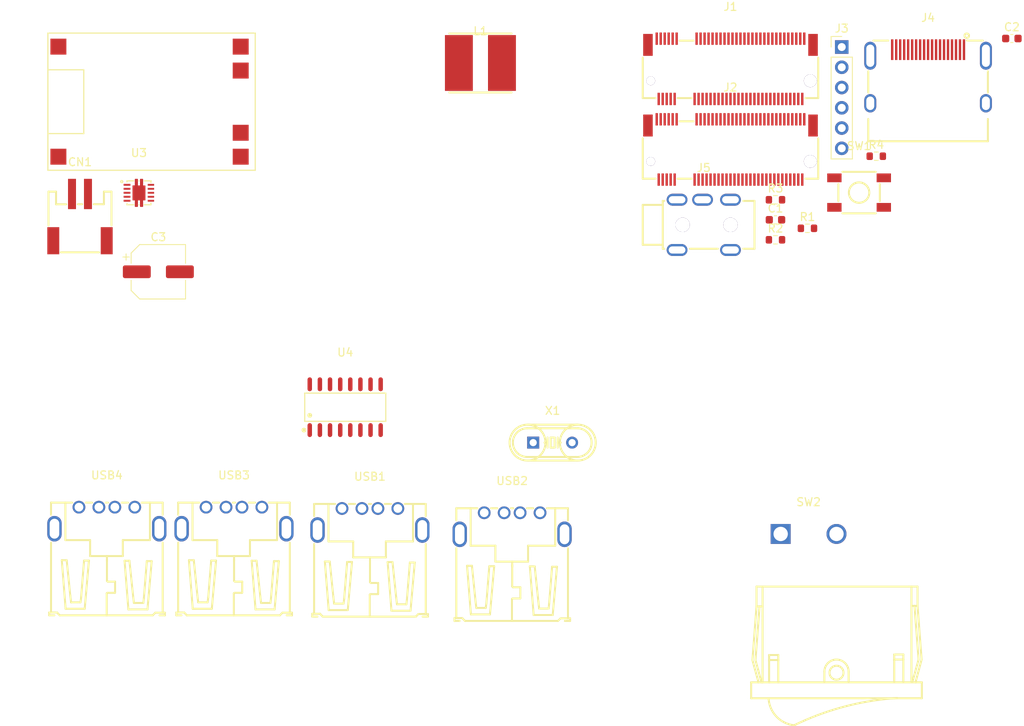
<source format=kicad_pcb>
(kicad_pcb (version 20211014) (generator pcbnew)
  (layers (0 "F.Cu" signal) (31 "B.Cu" signal) (34 "B.Paste" user) (35 "F.Paste" user) (36 "B.SilkS" user "B.Silkscreen") (37 "F.SilkS" user "F.Silkscreen") (38 "B.Mask" user) (39 "F.Mask" user) (44 "Edge.Cuts" user))
  (net 0 "")
  (net 1 "Net-(C1-Pad1)")
  (net 2 "HP_RIGHT")
  (net 3 "Net-(C2-Pad1)")
  (net 4 "HP_LEFT")
  (net 5 "+5V")
  (net 6 "GND")
  (net 7 "Net-(U1-Pad5)")
  (net 8 "Net-(SW2-Pad1)")
  (net 11 "UART0_TX")
  (net 12 "GPIO0")
  (net 13 "UART0_RX")
  (net 14 "GPIO1")
  (net 16 "GPIO2")
  (net 17 "I2C2_SCL")
  (net 18 "GPIO3")
  (net 19 "I2C2_SDA")
  (net 20 "GPIO4")
  (net 22 "SDIO1_D3")
  (net 23 "GPIO5")
  (net 24 "SDIO1_D1")
  (net 25 "GPIO6")
  (net 26 "SDIO1_D0")
  (net 27 "SDIO1_CLK")
  (net 28 "GPIO7")
  (net 29 "SDIO1_CMD")
  (net 30 "GPIO8")
  (net 33 "GPIO9")
  (net 35 "GPIO10")
  (net 37 "RMII_CRS_DV")
  (net 38 "GPIO11")
  (net 39 "RMII_RXD1")
  (net 40 "GPIO12")
  (net 41 "RMII_RXD0")
  (net 42 "RMII_TXCK")
  (net 43 "GPIO13")
  (net 44 "RMII_TXD0")
  (net 45 "GPIO14")
  (net 46 "RMII_TXD1")
  (net 47 "RMII_RXER")
  (net 48 "GPIO15")
  (net 49 "RMII_TXEN")
  (net 50 "GPIO16")
  (net 51 "RMII_MDC")
  (net 52 "GPIO17")
  (net 53 "RMII_MDIO")
  (net 54 "SDIO1_D2")
  (net 56 "GPIO18")
  (net 58 "GPIO19")
  (net 62 "SPI0_SCLK")
  (net 64 "SPI0_CIPO")
  (net 66 "SPI0_COPI")
  (net 67 "RMII_RST")
  (net 70 "SPI0_PS")
  (net 77 "RST")
  (net 79 "SD_DET")
  (net 82 "UART1_RX")
  (net 84 "SD_D1")
  (net 86 "SD_D2")
  (net 88 "SD_D0")
  (net 90 "SD_CMD")
  (net 92 "SD_CLK")
  (net 94 "SD_D3")
  (net 96 "UART1_TX")
  (net 98 "USB1_HOST_P")
  (net 100 "USB1_HOST_N")
  (net 102 "HDMI_HPD")
  (net 104 "HDMI_CEC")
  (net 106 "HDMI_SDA")
  (net 107 "Net-(J2-Pad48)")
  (net 108 "HDMI_SCL")
  (net 109 "GNDA")
  (net 110 "HDMI_TX2_N")
  (net 111 "HDMI_TX2_P")
  (net 113 "HDMI_TX1_N")
  (net 115 "HDMI_TX1_P")
  (net 118 "HDMI_TX0_N")
  (net 120 "HDMI_TX0_P")
  (net 123 "HDMI_CLK_N")
  (net 125 "HDMI_CLK_P")
  (net 129 "Net-(J3-Pad4)")
  (net 130 "Net-(J3-Pad5)")
  (net 133 "/Power/BAT+")
  (net 134 "Net-(L1-Pad2)")
  (net 135 "+3V3")
  (net 138 "Net-(SW2-Pad2)")
  (net 142 "Net-(U4-Pad1)")
  (net 143 "Net-(U4-Pad2)")
  (net 144 "Net-(U4-Pad3)")
  (net 145 "Net-(U4-Pad4)")
  (net 146 "Net-(U4-Pad5)")
  (net 147 "Net-(U4-Pad6)")
  (net 148 "Net-(U4-Pad7)")
  (net 149 "Net-(U4-Pad8)")
  (net 150 "Net-(U4-Pad16)")
  (net 151 "Net-(U4-Pad15)")
  (net 152 "Net-(C5-Pad1)")
  (net 153 "Net-(C6-Pad1)")
  (footprint "easyeda2kicad:USB-A-TH_USB-302-T" (layer "F.Cu") (at 54.025 98.345)
    (fp_text reference "USB3" (at 0 -5.35) (layer "F.SilkS"))
    (fp_text value "U-USBAR04P-F001")
    (pad "1" thru_hole circle locked (at -3.5 -1.35) (size 1.6 1.6) (drill 1.100023) (layers *.Cu *.Paste *.Mask) (net 5 "+5V"))
    (pad "2" thru_hole circle locked (at -1 -1.35) (size 1.6 1.6) (drill 1.100023) (layers *.Cu *.Paste *.Mask) (net 144 "Net-(U4-Pad3)"))
    (pad "3" thru_hole circle locked (at 1 -1.35) (size 1.6 1.6) (drill 1.100023) (layers *.Cu *.Paste *.Mask) (net 145 "Net-(U4-Pad4)"))
    (pad "4" thru_hole circle locked (at 3.5 -1.35) (size 1.6 1.6) (drill 1.100023) (layers *.Cu *.Paste *.Mask) (net 6 "GND"))
    (pad "5" thru_hole oval locked (at -6.57 1.35 90) (size 3.2 1.8) (drill oval 2.499868 1.199896) (layers *.Cu *.Paste *.Mask) (net 6 "GND"))
    (pad "6" thru_hole oval locked (at 6.57 1.35 270) (size 3.2 1.8) (drill oval 2.499868 1.199896) (layers *.Cu *.Paste *.Mask) (net 6 "GND"))
  )
  (footprint "easyeda2kicad:SOP-16_L10.0-W3.9-P1.27-LS6.0-BL" (layer "F.Cu") (at 67.975 84.46)
    (fp_text reference "U4" (at 0 -6.87) (layer "F.SilkS"))
    (fp_text value "SL2.1A")
    (pad "1" smd oval locked (at -4.45 2.87) (size 0.56 1.75) (layers "F.Cu" "F.Paste" "F.Mask") (net 142 "Net-(U4-Pad1)"))
    (pad "2" smd oval locked (at -3.18 2.87) (size 0.56 1.75) (layers "F.Cu" "F.Paste" "F.Mask") (net 143 "Net-(U4-Pad2)"))
    (pad "3" smd oval locked (at -1.91 2.87) (size 0.56 1.75) (layers "F.Cu" "F.Paste" "F.Mask") (net 144 "Net-(U4-Pad3)"))
    (pad "4" smd oval locked (at -0.63 2.87) (size 0.56 1.75) (layers "F.Cu" "F.Paste" "F.Mask") (net 145 "Net-(U4-Pad4)"))
    (pad "5" smd oval locked (at 0.63 2.87) (size 0.56 1.75) (layers "F.Cu" "F.Paste" "F.Mask") (net 146 "Net-(U4-Pad5)"))
    (pad "6" smd oval locked (at 1.9 2.87) (size 0.56 1.75) (layers "F.Cu" "F.Paste" "F.Mask") (net 147 "Net-(U4-Pad6)"))
    (pad "7" smd oval locked (at 3.17 2.87) (size 0.56 1.75) (layers "F.Cu" "F.Paste" "F.Mask") (net 148 "Net-(U4-Pad7)"))
    (pad "8" smd oval locked (at 4.44 2.87) (size 0.56 1.75) (layers "F.Cu" "F.Paste" "F.Mask") (net 149 "Net-(U4-Pad8)"))
    (pad "9" smd oval locked (at 4.44 -2.87) (size 0.56 1.75) (layers "F.Cu" "F.Paste" "F.Mask") (net 100 "USB1_HOST_N"))
    (pad "10" smd oval locked (at 3.17 -2.87) (size 0.56 1.75) (layers "F.Cu" "F.Paste" "F.Mask") (net 98 "USB1_HOST_P"))
    (pad "11" smd oval locked (at 1.9 -2.87) (size 0.56 1.75) (layers "F.Cu" "F.Paste" "F.Mask") (net 5 "+5V"))
    (pad "12" smd oval locked (at 0.63 -2.87) (size 0.56 1.75) (layers "F.Cu" "F.Paste" "F.Mask") (net 6 "GND"))
    (pad "13" smd oval locked (at -0.63 -2.87) (size 0.56 1.75) (layers "F.Cu" "F.Paste" "F.Mask") (net 153 "Net-(C6-Pad1)"))
    (pad "14" smd oval locked (at -1.91 -2.87) (size 0.56 1.75) (layers "F.Cu" "F.Paste" "F.Mask") (net 152 "Net-(C5-Pad1)"))
    (pad "15" smd oval locked (at -3.18 -2.87) (size 0.56 1.75) (layers "F.Cu" "F.Paste" "F.Mask") (net 151 "Net-(U4-Pad15)"))
    (pad "16" smd oval locked (at -4.45 -2.87) (size 0.56 1.75) (layers "F.Cu" "F.Paste" "F.Mask") (net 150 "Net-(U4-Pad16)"))
  )
  (footprint "easyeda2kicad:VSON-10_L3.0-W3.0-P0.50-TL-EP_TPS62410DRCR" (layer "F.Cu") (at 42.11 57.575)
    (fp_text reference "U3" (at 0 -5) (layer "F.SilkS"))
    (fp_text value "TPS61027DRCR")
    (pad "1" smd rect locked (at -1.5 -1 270) (size 0.24 0.85) (layers "F.Cu" "F.Paste" "F.Mask") (net 133 "/Power/BAT+"))
    (pad "2" smd rect locked (at -1.5 -0.5 270) (size 0.24 0.85) (layers "F.Cu" "F.Paste" "F.Mask") (net 5 "+5V"))
    (pad "3" smd rect locked (at -1.5 0 270) (size 0.24 0.85) (layers "F.Cu" "F.Paste" "F.Mask"))
    (pad "4" smd rect locked (at -1.5 0.5 270) (size 0.24 0.85) (layers "F.Cu" "F.Paste" "F.Mask"))
    (pad "5" smd rect locked (at -1.5 1 90) (size 0.24 0.85) (layers "F.Cu" "F.Paste" "F.Mask") (net 6 "GND"))
    (pad "6" smd rect locked (at 1.5 1 90) (size 0.23 0.8) (layers "F.Cu" "F.Paste" "F.Mask") (net 133 "/Power/BAT+"))
    (pad "7" smd rect locked (at 1.5 0.5 90) (size 0.23 0.8) (layers "F.Cu" "F.Paste" "F.Mask") (net 6 "GND"))
    (pad "8" smd rect locked (at 1.5 0 90) (size 0.23 0.8) (layers "F.Cu" "F.Paste" "F.Mask") (net 6 "GND"))
    (pad "9" smd rect locked (at 1.5 -0.5 270) (size 0.23 0.8) (layers "F.Cu" "F.Paste" "F.Mask") (net 134 "Net-(L1-Pad2)"))
    (pad "10" smd rect locked (at 1.5 -1 270) (size 0.23 0.8) (layers "F.Cu" "F.Paste" "F.Mask") (net 6 "GND"))
    (pad "11" smd custom locked (at 0 0.01) (size 1 1) (layers "F.Cu" "F.Paste" "F.Mask") (net 6 "GND") (options (clearance outline) (anchor circle)) (primitives (gr_poly (pts (xy -0.76 -0.89) (xy -0.47 -0.89) (xy -0.47 -1.71) (xy -0.18 -1.71) (xy -0.18 -0.88) (xy 0.18 -0.88) (xy 0.18 -1.71) (xy 0.47 -1.71) (xy 0.47 -0.88) (xy 0.76 -0.88) (xy 0.76 0.89) (xy 0.47 0.89) (xy 0.47 1.71) (xy 0.18 1.71) (xy 0.18 0.89) (xy -0.18 0.89) (xy -0.18 1.71) (xy -0.47 1.71) (xy -0.47 0.89) (xy -0.76 0.89) (xy -0.76 -0.89)) (width 0.1) (fill yes))))
  )
  (footprint "Capacitor_SMD:CP_Elec_6.3x7.7" (layer "F.Cu") (at 44.54 67.48)
    (fp_text reference "C3" (at 0 -4.35) (layer "F.SilkS"))
    (fp_text value "100u")
    (pad "1" smd roundrect (at -2.7 0) (size 3.5 1.6) (layers "F.Cu" "F.Paste" "F.Mask") (roundrect_rratio 0.15625) (net 5 "+5V"))
    (pad "2" smd roundrect (at 2.7 0) (size 3.5 1.6) (layers "F.Cu" "F.Paste" "F.Mask") (roundrect_rratio 0.15625) (net 6 "GND"))
  )
  (footprint "Resistor_SMD:R_0603_1608Metric" (layer "F.Cu") (at 125.93 62.03)
    (fp_text reference "R1" (at 0 -1.43) (layer "F.SilkS"))
    (fp_text value "0")
    (pad "1" smd roundrect (at -0.825 0) (size 0.8 0.95) (layers "F.Cu" "F.Paste" "F.Mask") (net 109 "GNDA"))
    (pad "2" smd roundrect (at 0.825 0) (size 0.8 0.95) (layers "F.Cu" "F.Paste" "F.Mask") (net 6 "GND"))
  )
  (footprint "easyeda2kicad:HC-49US_L11.5-W4.5-P4.88" (layer "F.Cu") (at 93.98 88.9)
    (fp_text reference "X1" (at 0 -4) (layer "F.SilkS"))
    (fp_text value "X49SD12MSD2SC")
    (pad "1" thru_hole rect locked (at -2.44 0) (size 1.5 1.5) (drill 0.900024) (layers *.Cu *.Paste *.Mask) (net 151 "Net-(U4-Pad15)"))
    (pad "2" thru_hole circle locked (at 2.44 0) (size 1.5 1.5) (drill 0.900024) (layers *.Cu *.Paste *.Mask) (net 150 "Net-(U4-Pad16)"))
  )
  (footprint "easyeda2kicad:SW-TH_SS11-BBIWJ-R20-R" (layer "F.Cu") (at 126.0725 100.352441)
    (fp_text reference "SW2" (at 0 -4) (layer "F.SilkS"))
    (fp_text value "SS11-BBIWJ-R20-R")
    (pad "1" thru_hole rect locked (at -3.5 0) (size 2.5 2.5) (drill 1.799996) (layers *.Cu *.Paste *.Mask) (net 8 "Net-(SW2-Pad1)"))
    (pad "2" thru_hole circle locked (at 3.5 0) (size 2.5 2.5) (drill 1.799996) (layers *.Cu *.Paste *.Mask) (net 138 "Net-(SW2-Pad2)"))
  )
  (footprint "easyeda2kicad:CONN-SMD_P2.00_S2B-PH-SM4-TB-LF-SN" (layer "F.Cu") (at 34.715 60.655)
    (fp_text reference "CN1" (at 0 -6.93) (layer "F.SilkS"))
    (fp_text value "S2B-PH-SM4-TB(LF)(SN)")
    (pad "1" smd rect locked (at -1 -2.93) (size 1 3.8) (layers "F.Cu" "F.Paste" "F.Mask") (net 7 "Net-(U1-Pad5)"))
    (pad "2" smd rect locked (at 1 -2.93) (size 1 3.8) (layers "F.Cu" "F.Paste" "F.Mask") (net 8 "Net-(SW2-Pad1)"))
    (pad "3" smd rect locked (at 3.35 2.93) (size 1.5 3.4) (layers "F.Cu" "F.Paste" "F.Mask"))
    (pad "4" smd rect locked (at -3.35 2.93) (size 1.5 3.4) (layers "F.Cu" "F.Paste" "F.Mask"))
  )
  (footprint "Resistor_SMD:R_0603_1608Metric" (layer "F.Cu") (at 134.56 52.99)
    (fp_text reference "R4" (at 0 -1.43) (layer "F.SilkS"))
    (fp_text value "150K")
    (pad "1" smd roundrect (at -0.825 0) (size 0.8 0.95) (layers "F.Cu" "F.Paste" "F.Mask") (net 135 "+3V3"))
    (pad "2" smd roundrect (at 0.825 0) (size 0.8 0.95) (layers "F.Cu" "F.Paste" "F.Mask") (net 107 "Net-(J2-Pad48)"))
  )
  (footprint "easyeda2kicad:HDMI-SMD_HDMI-001S" (layer "F.Cu") (at 141.055 42.99)
    (fp_text reference "J4" (at 0 -7.36) (layer "F.SilkS"))
    (fp_text value "HDMI_A")
    (pad "1" smd rect locked (at 4.5 -3.36) (size 0.3 2.6) (layers "F.Cu" "F.Paste" "F.Mask") (net 111 "HDMI_TX2_P"))
    (pad "2" smd rect locked (at 4 -3.36) (size 0.3 2.6) (layers "F.Cu" "F.Paste" "F.Mask") (net 6 "GND"))
    (pad "3" smd rect locked (at 3.5 -3.36) (size 0.3 2.6) (layers "F.Cu" "F.Paste" "F.Mask") (net 110 "HDMI_TX2_N"))
    (pad "4" smd rect locked (at 3 -3.36) (size 0.3 2.6) (layers "F.Cu" "F.Paste" "F.Mask") (net 115 "HDMI_TX1_P"))
    (pad "5" smd rect locked (at 2.5 -3.36) (size 0.3 2.6) (layers "F.Cu" "F.Paste" "F.Mask") (net 6 "GND"))
    (pad "6" smd rect locked (at 2 -3.36) (size 0.3 2.6) (layers "F.Cu" "F.Paste" "F.Mask") (net 113 "HDMI_TX1_N"))
    (pad "7" smd rect locked (at 1.5 -3.36) (size 0.3 2.6) (layers "F.Cu" "F.Paste" "F.Mask") (net 120 "HDMI_TX0_P"))
    (pad "8" smd rect locked (at 1 -3.36) (size 0.3 2.6) (layers "F.Cu" "F.Paste" "F.Mask") (net 6 "GND"))
    (pad "9" smd rect locked (at 0.5 -3.36) (size 0.3 2.6) (layers "F.Cu" "F.Paste" "F.Mask") (net 118 "HDMI_TX0_N"))
    (pad "10" smd rect locked (at 0 -3.36) (size 0.3 2.6) (layers "F.Cu" "F.Paste" "F.Mask") (net 125 "HDMI_CLK_P"))
    (pad "11" smd rect locked (at -0.5 -3.36) (size 0.3 2.6) (layers "F.Cu" "F.Paste" "F.Mask") (net 6 "GND"))
    (pad "12" smd rect locked (at -1 -3.36) (size 0.3 2.6) (layers "F.Cu" "F.Paste" "F.Mask") (net 123 "HDMI_CLK_N"))
    (pad "13" smd rect locked (at -1.5 -3.36) (size 0.3 2.6) (layers "F.Cu" "F.Paste" "F.Mask") (net 104 "HDMI_CEC"))
    (pad "14" smd rect locked (at -2 -3.36) (size 0.3 2.6) (layers "F.Cu" "F.Paste" "F.Mask"))
    (pad "15" smd rect locked (at -2.5 -3.36) (size 0.3 2.6) (layers "F.Cu" "F.Paste" "F.Mask") (net 108 "HDMI_SCL"))
    (pad "16" smd rect locked (at -3 -3.36) (size 0.3 2.6) (layers "F.Cu" "F.Paste" "F.Mask") (net 106 "HDMI_SDA"))
    (pad "17" smd rect locked (at -3.5 -3.36) (size 0.3 2.6) (layers "F.Cu" "F.Paste" "F.Mask") (net 6 "GND"))
    (pad "18" smd rect locked (at -4 -3.36) (size 0.3 2.6) (layers "F.Cu" "F.Paste" "F.Mask") (net 5 "+5V"))
    (pad "19" smd rect locked (at -4.5 -3.36) (size 0.3 2.6) (layers "F.Cu" "F.Paste" "F.Mask") (net 102 "HDMI_HPD"))
    (pad "20" thru_hole oval locked (at -7.25 -2.6) (size 1.5 3.5) (drill oval 0.999998 2.799994) (layers *.Cu *.Paste *.Mask))
    (pad "21" thru_hole oval locked (at 7.25 -2.6) (size 1.5 3.5) (drill oval 0.999998 2.799994) (layers *.Cu *.Paste *.Mask))
    (pad "22" thru_hole oval locked (at -7.25 3.36) (size 1.5 2.3) (drill oval 0.999998 1.699997) (layers *.Cu *.Paste *.Mask))
    (pad "23" thru_hole oval locked (at 7.25 3.36) (size 1.5 2.3) (drill oval 0.999998 1.699997) (layers *.Cu *.Paste *.Mask))
  )
  (footprint "easyeda2kicad:AUDIO-TH_PJ313D" (layer "F.Cu") (at 112.93 61.595)
    (fp_text reference "J5" (at 0 -7.15) (layer "F.SilkS"))
    (fp_text value "AudioJack3")
    (pad "" thru_hole circle locked (at 3.35 0) (size 1.8 1.8) (drill 1.8) (layers *.Cu *.Mask))
    (pad "" thru_hole circle locked (at -2.65 0) (size 1.8 1.8) (drill 1.8) (layers *.Cu *.Mask))
    (pad "2" thru_hole oval locked (at -3.35 -3.15) (size 2.6 1.5) (drill oval 2.099996 0.900024) (layers *.Cu *.Paste *.Mask))
    (pad "2" thru_hole oval locked (at -3.35 3.15) (size 2.6 1.5) (drill oval 2.099996 0.900024) (layers *.Cu *.Paste *.Mask))
    (pad "3" thru_hole oval locked (at -0.15 -3.15) (size 2.6 1.5) (drill oval 2.099996 0.900024) (layers *.Cu *.Paste *.Mask))
    (pad "4" thru_hole oval locked (at 3.35 -3.15) (size 2.6 1.5) (drill oval 2.099996 0.900024) (layers *.Cu *.Paste *.Mask))
    (pad "4" thru_hole oval locked (at 3.35 3.15) (size 2.6 1.5) (drill oval 2.099996 0.900024) (layers *.Cu *.Paste *.Mask))
  )
  (footprint "easyeda2kicad:USB-A-TH_USB-302-T" (layer "F.Cu") (at 38.085 98.345)
    (fp_text reference "USB4" (at 0 -5.35) (layer "F.SilkS"))
    (fp_text value "U-USBAR04P-F001")
    (pad "1" thru_hole circle locked (at -3.5 -1.35) (size 1.6 1.6) (drill 1.100023) (layers *.Cu *.Paste *.Mask) (net 5 "+5V"))
    (pad "2" thru_hole circle locked (at -1 -1.35) (size 1.6 1.6) (drill 1.100023) (layers *.Cu *.Paste *.Mask) (net 142 "Net-(U4-Pad1)"))
    (pad "3" thru_hole circle locked (at 1 -1.35) (size 1.6 1.6) (drill 1.100023) (layers *.Cu *.Paste *.Mask) (net 143 "Net-(U4-Pad2)"))
    (pad "4" thru_hole circle locked (at 3.5 -1.35) (size 1.6 1.6) (drill 1.100023) (layers *.Cu *.Paste *.Mask) (net 6 "GND"))
    (pad "5" thru_hole oval locked (at -6.57 1.35 90) (size 3.2 1.8) (drill oval 2.499868 1.199896) (layers *.Cu *.Paste *.Mask) (net 6 "GND"))
    (pad "6" thru_hole oval locked (at 6.57 1.35 270) (size 3.2 1.8) (drill oval 2.499868 1.199896) (layers *.Cu *.Paste *.Mask) (net 6 "GND"))
  )
  (footprint "Resistor_SMD:R_0603_1608Metric" (layer "F.Cu") (at 121.92 63.47)
    (fp_text reference "R2" (at 0 -1.43) (layer "F.SilkS"))
    (fp_text value "0")
    (pad "1" smd roundrect (at -0.825 0) (size 0.8 0.95) (layers "F.Cu" "F.Paste" "F.Mask") (net 13 "UART0_RX"))
    (pad "2" smd roundrect (at 0.825 0) (size 0.8 0.95) (layers "F.Cu" "F.Paste" "F.Mask") (net 129 "Net-(J3-Pad4)"))
  )
  (footprint "easyeda2kicad:IND-SMD_L7.8-W7.0" (layer "F.Cu") (at 84.925 41.3)
    (fp_text reference "L1" (at 0 -4) (layer "F.SilkS"))
    (fp_text value "SM7850-6R8MT")
    (pad "1" smd rect locked (at -2.7 0) (size 3.5 7) (layers "F.Cu" "F.Paste" "F.Mask") (net 133 "/Power/BAT+"))
    (pad "2" smd rect locked (at 2.7 0) (size 3.5 7) (layers "F.Cu" "F.Paste" "F.Mask") (net 134 "Net-(L1-Pad2)"))
  )
  (footprint "Capacitor_SMD:C_0603_1608Metric" (layer "F.Cu") (at 121.92 60.96)
    (fp_text reference "C1" (at 0 -1.43) (layer "F.SilkS"))
    (fp_text value "10u")
    (pad "1" smd roundrect (at -0.775 0) (size 0.9 0.95) (layers "F.Cu" "F.Paste" "F.Mask") (net 1 "Net-(C1-Pad1)"))
    (pad "2" smd roundrect (at 0.775 0) (size 0.9 0.95) (layers "F.Cu" "F.Paste" "F.Mask") (net 2 "HP_RIGHT"))
  )
  (footprint "easyeda2kicad:CONN-SMD_AS0BC21-S30BB-7H" (layer "F.Cu") (at 116.28 52.14)
    (fp_text reference "J2" (at 0 -7.78) (layer "F.SilkS"))
    (fp_text value "te_m.2_b")
    (pad "" thru_hole circle locked (at 10 1.5) (size 1.6 1.6) (drill 1.6) (layers *.Cu *.Mask))
    (pad "" thru_hole circle locked (at -10 1.5) (size 1.1 1.1) (drill 1.1) (layers *.Cu *.Mask))
    (pad "1" smd rect locked (at -9.25 -3.78) (size 0.3 1.55) (layers "F.Cu" "F.Paste" "F.Mask"))
    (pad "2" smd rect locked (at -9 3.78) (size 0.3 1.55) (layers "F.Cu" "F.Paste" "F.Mask") (net 5 "+5V"))
    (pad "3" smd rect locked (at -8.75 -3.78) (size 0.3 1.55) (layers "F.Cu" "F.Paste" "F.Mask"))
    (pad "4" smd rect locked (at -8.5 3.78) (size 0.3 1.55) (layers "F.Cu" "F.Paste" "F.Mask") (net 6 "GND"))
    (pad "5" smd rect locked (at -8.25 -3.78) (size 0.3 1.55) (layers "F.Cu" "F.Paste" "F.Mask"))
    (pad "6" smd rect locked (at -8 3.78) (size 0.3 1.55) (layers "F.Cu" "F.Paste" "F.Mask") (net 6 "GND"))
    (pad "7" smd rect locked (at -7.75 -3.78) (size 0.3 1.55) (layers "F.Cu" "F.Paste" "F.Mask"))
    (pad "8" smd rect locked (at -7.5 3.78) (size 0.3 1.55) (layers "F.Cu" "F.Paste" "F.Mask"))
    (pad "9" smd rect locked (at -7.25 -3.78) (size 0.3 1.55) (layers "F.Cu" "F.Paste" "F.Mask"))
    (pad "10" smd rect locked (at -7 3.78) (size 0.3 1.55) (layers "F.Cu" "F.Paste" "F.Mask") (net 77 "RST"))
    (pad "11" smd rect locked (at -6.75 -3.78) (size 0.3 1.55) (layers "F.Cu" "F.Paste" "F.Mask"))
    (pad "20" smd rect locked (at -4.5 3.78) (size 0.3 1.55) (layers "F.Cu" "F.Paste" "F.Mask") (net 79 "SD_DET"))
    (pad "21" smd rect locked (at -4.25 -3.78) (size 0.3 1.55) (layers "F.Cu" "F.Paste" "F.Mask"))
    (pad "22" smd rect locked (at -4 3.78) (size 0.3 1.55) (layers "F.Cu" "F.Paste" "F.Mask"))
    (pad "23" smd rect locked (at -3.75 -3.78) (size 0.3 1.55) (layers "F.Cu" "F.Paste" "F.Mask") (net 82 "UART1_RX"))
    (pad "24" smd rect locked (at -3.5 3.78) (size 0.3 1.55) (layers "F.Cu" "F.Paste" "F.Mask"))
    (pad "25" smd rect locked (at -3.25 -3.78) (size 0.3 1.55) (layers "F.Cu" "F.Paste" "F.Mask") (net 84 "SD_D1"))
    (pad "26" smd rect locked (at -3 3.78) (size 0.3 1.55) (layers "F.Cu" "F.Paste" "F.Mask"))
    (pad "27" smd rect locked (at -2.75 -3.78) (size 0.3 1.55) (layers "F.Cu" "F.Paste" "F.Mask") (net 86 "SD_D2"))
    (pad "28" smd rect locked (at -2.5 3.78) (size 0.3 1.55) (layers "F.Cu" "F.Paste" "F.Mask"))
    (pad "29" smd rect locked (at -2.25 -3.78) (size 0.3 1.55) (layers "F.Cu" "F.Paste" "F.Mask") (net 88 "SD_D0"))
    (pad "30" smd rect locked (at -2 3.78) (size 0.3 1.55) (layers "F.Cu" "F.Paste" "F.Mask"))
    (pad "31" smd rect locked (at -1.75 -3.78) (size 0.3 1.55) (layers "F.Cu" "F.Paste" "F.Mask") (net 90 "SD_CMD"))
    (pad "32" smd rect locked (at -1.5 3.78) (size 0.3 1.55) (layers "F.Cu" "F.Paste" "F.Mask"))
    (pad "33" smd rect locked (at -1.25 -3.78) (size 0.3 1.55) (layers "F.Cu" "F.Paste" "F.Mask") (net 92 "SD_CLK"))
    (pad "34" smd rect locked (at -1 3.78) (size 0.3 1.55) (layers "F.Cu" "F.Paste" "F.Mask"))
    (pad "35" smd rect locked (at -0.75 -3.78) (size 0.3 1.55) (layers "F.Cu" "F.Paste" "F.Mask") (net 94 "SD_D3"))
    (pad "36" smd rect locked (at -0.5 3.78) (size 0.3 1.55) (layers "F.Cu" "F.Paste" "F.Mask"))
    (pad "37" smd rect locked (at -0.25 -3.78) (size 0.3 1.55) (layers "F.Cu" "F.Paste" "F.Mask") (net 96 "UART1_TX"))
    (pad "38" smd rect locked (at 0 3.78) (size 0.3 1.55) (layers "F.Cu" "F.Paste" "F.Mask"))
    (pad "39" smd rect locked (at 0.25 -3.78) (size 0.3 1.55) (layers "F.Cu" "F.Paste" "F.Mask") (net 98 "USB1_HOST_P"))
    (pad "40" smd rect locked (at 0.5 3.78) (size 0.3 1.55) (layers "F.Cu" "F.Paste" "F.Mask"))
    (pad "41" smd rect locked (at 0.75 -3.78) (size 0.3 1.55) (layers "F.Cu" "F.Paste" "F.Mask") (net 100 "USB1_HOST_N"))
    (pad "42" smd rect locked (at 1 3.78) (size 0.3 1.55) (layers "F.Cu" "F.Paste" "F.Mask"))
    (pad "43" smd rect locked (at 1.25 -3.78) (size 0.3 1.55) (layers "F.Cu" "F.Paste" "F.Mask") (net 102 "HDMI_HPD"))
    (pad "44" smd rect locked (at 1.5 3.78) (size 0.3 1.55) (layers "F.Cu" "F.Paste" "F.Mask"))
    (pad "45" smd rect locked (at 1.75 -3.78) (size 0.3 1.55) (layers "F.Cu" "F.Paste" "F.Mask") (net 104 "HDMI_CEC"))
    (pad "46" smd rect locked (at 2 3.78) (size 0.3 1.55) (layers "F.Cu" "F.Paste" "F.Mask"))
    (pad "47" smd rect locked (at 2.25 -3.78) (size 0.3 1.55) (layers "F.Cu" "F.Paste" "F.Mask") (net 106 "HDMI_SDA"))
    (pad "48" smd rect locked (at 2.5 3.78) (size 0.3 1.55) (layers "F.Cu" "F.Paste" "F.Mask") (net 107 "Net-(J2-Pad48)"))
    (pad "49" smd rect locked (at 2.75 -3.78) (size 0.3 1.55) (layers "F.Cu" "F.Paste" "F.Mask") (net 108 "HDMI_SCL"))
    (pad "50" smd rect locked (at 3 3.78) (size 0.3 1.55) (layers "F.Cu" "F.Paste" "F.Mask") (net 109 "GNDA"))
    (pad "51" smd rect locked (at 3.25 -3.78) (size 0.3 1.55) (layers "F.Cu" "F.Paste" "F.Mask") (net 6 "GND"))
    (pad "52" smd rect locked (at 3.5 3.78) (size 0.3 1.55) (layers "F.Cu" "F.Paste" "F.Mask") (net 2 "HP_RIGHT"))
    (pad "53" smd rect locked (at 3.75 -3.78) (size 0.3 1.55) (layers "F.Cu" "F.Paste" "F.Mask") (net 110 "HDMI_TX2_N"))
    (pad "54" smd rect locked (at 4 3.78) (size 0.3 1.55) (layers "F.Cu" "F.Paste" "F.Mask") (net 4 "HP_LEFT"))
    (pad "55" smd rect locked (at 4.25 -3.78) (size 0.3 1.55) (layers "F.Cu" "F.Paste" "F.Mask") (net 111 "HDMI_TX2_P"))
    (pad "56" smd rect locked (at 4.5 3.78) (size 0.3 1.55) (layers "F.Cu" "F.Paste" "F.Mask") (net 109 "GNDA"))
    (pad "57" smd rect locked (at 4.75 -3.78) (size 0.3 1.55) (layers "F.Cu" "F.Paste" "F.Mask") (net 6 "GND"))
    (pad "58" smd rect locked (at 5 3.78) (size 0.3 1.55) (layers "F.Cu" "F.Paste" "F.Mask"))
    (pad "59" smd rect locked (at 5.25 -3.78) (size 0.3 1.55) (layers "F.Cu" "F.Paste" "F.Mask") (net 113 "HDMI_TX1_N"))
    (pad "60" smd rect locked (at 5.5 3.78) (size 0.3 1.55) (layers "F.Cu" "F.Paste" "F.Mask"))
    (pad "61" smd rect locked (at 5.75 -3.78) (size 0.3 1.55) (layers "F.Cu" "F.Paste" "F.Mask") (net 115 "HDMI_TX1_P"))
    (pad "62" smd rect locked (at 6 3.78) (size 0.3 1.55) (layers "F.Cu" "F.Paste" "F.Mask"))
    (pad "63" smd rect locked (at 6.25 -3.78) (size 0.3 1.55) (layers "F.Cu" "F.Paste" "F.Mask") (net 6 "GND"))
    (pad "64" smd rect locked (at 6.5 3.78) (size 0.3 1.55) (layers "F.Cu" "F.Paste" "F.Mask"))
    (pad "65" smd rect locked (at 6.75 -3.78) (size 0.3 1.55) (layers "F.Cu" "F.Paste" "F.Mask") (net 118 "HDMI_TX0_N"))
    (pad "66" smd rect locked (at 7 3.78) (size 0.3 1.55) (layers "F.Cu" "F.Paste" "F.Mask"))
    (pad "67" smd rect locked (at 7.25 -3.78) (size 0.3 1.55) (layers "F.Cu" "F.Paste" "F.Mask") (net 120 "HDMI_TX0_P"))
    (pad "68" smd rect locked (at 7.5 3.78) (size 0.3 1.55) (layers "F.Cu" "F.Paste" "F.Mask"))
    (pad "69" smd rect locked (at 7.75 -3.78) (size 0.3 1.55) (layers "F.Cu" "F.Paste" "F.Mask") (net 6 "GND"))
    (pad "70" smd rect locked (at 8 3.78) (size 0.3 1.55) (layers "F.Cu" "F.Paste" "F.Mask"))
    (pad "71" smd rect locked (at 8.25 -3.78) (size 0.3 1.55) (layers "F.Cu" "F.Paste" "F.Mask") (net 123 "HDMI_CLK_N"))
    (pad "72" smd rect locked (at 8.5 3.78) (size 0.3 1.55) (layers "F.Cu" "F.Paste" "F.Mask"))
    (pad "73" smd rect locked (at 8.75 -3.78) (size 0.3 1.55) (layers "F.Cu" "F.Paste" "F.Mask") (net 125 "HDMI_CLK_P"))
    (pad "74" smd rect locked (at 9 3.78) (size 0.3 1.55) (layers "F.Cu" "F.Paste" "F.Mask"))
    (pad "75" smd rect locked (at 9.25 -3.78) (size 0.3 1.55) (layers "F.Cu" "F.Paste" "F.Mask") (net 6 "GND"))
    (pad "76" smd rect locked (at 10.35 -3) (size 1.2 2.75) (layers "F.Cu" "F.Paste" "F.Mask") (net 6 "GND"))
    (pad "77" smd rect locked (at -10.35 -3) (size 1.2 2.75) (layers "F.Cu" "F.Paste" "F.Mask") (net 6 "GND"))
  )
  (footprint "CUSTOM:TP4056_BREAKOUT" (layer "F.Cu") (at 43.69 46.15)
    (fp_text reference "U1" hide)
    (fp_text value "TP4056_BREAKOUT")
    (pad "1" smd rect (at -11.684 -6.9) (size 2 2) (layers "F.Cu" "F.Paste" "F.Mask"))
    (pad "2" smd rect (at -11.684 6.9) (size 2 2) (layers "F.Cu" "F.Paste" "F.Mask") (net 6 "GND"))
    (pad "3" smd rect (at 11.176 -6.9) (size 2 2) (layers "F.Cu" "F.Paste" "F.Mask") (net 133 "/Power/BAT+"))
    (pad "4" smd rect (at 11.176 -3.9) (size 2 2) (layers "F.Cu" "F.Paste" "F.Mask") (net 138 "Net-(SW2-Pad2)"))
    (pad "5" smd rect (at 11.176 3.9) (size 2 2) (layers "F.Cu" "F.Paste" "F.Mask") (net 7 "Net-(U1-Pad5)"))
    (pad "6" smd rect (at 11.176 6.9) (size 2 2) (layers "F.Cu" "F.Paste" "F.Mask") (net 6 "GND"))
  )
  (footprint "Resistor_SMD:R_0603_1608Metric" (layer "F.Cu") (at 121.92 58.45)
    (fp_text reference "R3" (at 0 -1.43) (layer "F.SilkS"))
    (fp_text value "0")
    (pad "1" smd roundrect (at -0.825 0) (size 0.8 0.95) (layers "F.Cu" "F.Paste" "F.Mask") (net 11 "UART0_TX"))
    (pad "2" smd roundrect (at 0.825 0) (size 0.8 0.95) (layers "F.Cu" "F.Paste" "F.Mask") (net 130 "Net-(J3-Pad5)"))
  )
  (footprint "Capacitor_SMD:C_0603_1608Metric" (layer "F.Cu") (at 151.56 38.23)
    (fp_text reference "C2" (at 0 -1.43) (layer "F.SilkS"))
    (fp_text value "10u")
    (pad "1" smd roundrect (at -0.775 0) (size 0.9 0.95) (layers "F.Cu" "F.Paste" "F.Mask") (net 3 "Net-(C2-Pad1)"))
    (pad "2" smd roundrect (at 0.775 0) (size 0.9 0.95) (layers "F.Cu" "F.Paste" "F.Mask") (net 4 "HP_LEFT"))
  )
  (footprint "easyeda2kicad:USB-A-TH_USB-302-T" (layer "F.Cu") (at 71.07 98.51)
    (fp_text reference "USB1" (at 0 -5.35) (layer "F.SilkS"))
    (fp_text value "U-USBAR04P-F001")
    (pad "1" thru_hole circle locked (at -3.5 -1.35) (size 1.6 1.6) (drill 1.100023) (layers *.Cu *.Paste *.Mask) (net 5 "+5V"))
    (pad "2" thru_hole circle locked (at -1 -1.35) (size 1.6 1.6) (drill 1.100023) (layers *.Cu *.Paste *.Mask) (net 148 "Net-(U4-Pad7)"))
    (pad "3" thru_hole circle locked (at 1 -1.35) (size 1.6 1.6) (drill 1.100023) (layers *.Cu *.Paste *.Mask) (net 149 "Net-(U4-Pad8)"))
    (pad "4" thru_hole circle locked (at 3.5 -1.35) (size 1.6 1.6) (drill 1.100023) (layers *.Cu *.Paste *.Mask) (net 6 "GND"))
    (pad "5" thru_hole oval locked (at -6.57 1.35 90) (size 3.2 1.8) (drill oval 2.499868 1.199896) (layers *.Cu *.Paste *.Mask) (net 6 "GND"))
    (pad "6" thru_hole oval locked (at 6.57 1.35 270) (size 3.2 1.8) (drill oval 2.499868 1.199896) (layers *.Cu *.Paste *.Mask) (net 6 "GND"))
  )
  (footprint "easyeda2kicad:USB-A-TH_USB-302-T" (layer "F.Cu") (at 88.9 99.0475)
    (fp_text reference "USB2" (at 0 -5.35) (layer "F.SilkS"))
    (fp_text value "U-USBAR04P-F001")
    (pad "1" thru_hole circle locked (at -3.5 -1.35) (size 1.6 1.6) (drill 1.100023) (layers *.Cu *.Paste *.Mask) (net 5 "+5V"))
    (pad "2" thru_hole circle locked (at -1 -1.35) (size 1.6 1.6) (drill 1.100023) (layers *.Cu *.Paste *.Mask) (net 146 "Net-(U4-Pad5)"))
    (pad "3" thru_hole circle locked (at 1 -1.35) (size 1.6 1.6) (drill 1.100023) (layers *.Cu *.Paste *.Mask) (net 147 "Net-(U4-Pad6)"))
    (pad "4" thru_hole circle locked (at 3.5 -1.35) (size 1.6 1.6) (drill 1.100023) (layers *.Cu *.Paste *.Mask) (net 6 "GND"))
    (pad "5" thru_hole oval locked (at -6.57 1.35 90) (size 3.2 1.8) (drill oval 2.499868 1.199896) (layers *.Cu *.Paste *.Mask) (net 6 "GND"))
    (pad "6" thru_hole oval locked (at 6.57 1.35 270) (size 3.2 1.8) (drill oval 2.499868 1.199896) (layers *.Cu *.Paste *.Mask) (net 6 "GND"))
  )
  (footprint "easyeda2kicad:KEY-SMD_4P-L5.2-W5.2-P3.7-LS6.4-TL" (layer "F.Cu") (at 132.405 57.55)
    (fp_text reference "SW1" (at 0 -5.85) (layer "F.SilkS"))
    (fp_text value "TS-1187A-C-D-B")
    (pad "1" smd rect locked (at -3.1 -1.85) (size 1.8 1.1) (layers "F.Cu" "F.Paste" "F.Mask") (net 6 "GND"))
    (pad "2" smd rect locked (at 3.1 -1.85) (size 1.8 1.1) (layers "F.Cu" "F.Paste" "F.Mask"))
    (pad "3" smd rect locked (at -3.1 1.85) (size 1.8 1.1) (layers "F.Cu" "F.Paste" "F.Mask") (net 77 "RST"))
    (pad "4" smd rect locked (at 3.1 1.85) (size 1.8 1.1) (layers "F.Cu" "F.Paste" "F.Mask"))
  )
  (footprint "Connector_PinHeader_2.54mm:PinHeader_1x06_P2.54mm_Vertical" (layer "F.Cu") (at 130.23 39.3)
    (fp_text reference "J3" (at 0 -2.33) (layer "F.SilkS"))
    (fp_text value "Conn_01x06")
    (pad "1" thru_hole rect (at 0 0) (size 1.7 1.7) (drill 1) (layers *.Cu *.Mask) (net 6 "GND"))
    (pad "2" thru_hole oval (at 0 2.54) (size 1.7 1.7) (drill 1) (layers *.Cu *.Mask))
    (pad "3" thru_hole oval (at 0 5.08) (size 1.7 1.7) (drill 1) (layers *.Cu *.Mask))
    (pad "4" thru_hole oval (at 0 7.62) (size 1.7 1.7) (drill 1) (layers *.Cu *.Mask) (net 129 "Net-(J3-Pad4)"))
    (pad "5" thru_hole oval (at 0 10.16) (size 1.7 1.7) (drill 1) (layers *.Cu *.Mask) (net 130 "Net-(J3-Pad5)"))
    (pad "6" thru_hole oval (at 0 12.7) (size 1.7 1.7) (drill 1) (layers *.Cu *.Mask))
  )
  (footprint "easyeda2kicad:CONN-SMD_AS0BC21-S30BB-7H" (layer "F.Cu") (at 116.28 42.03)
    (fp_text reference "J1" (at 0 -7.78) (layer "F.SilkS"))
    (fp_text value "te_m.2_b")
    (pad "" thru_hole circle locked (at 10 1.5) (size 1.6 1.6) (drill 1.6) (layers *.Cu *.Mask))
    (pad "" thru_hole circle locked (at -10 1.5) (size 1.1 1.1) (drill 1.1) (layers *.Cu *.Mask))
    (pad "1" smd rect locked (at -9.25 -3.78) (size 0.3 1.55) (layers "F.Cu" "F.Paste" "F.Mask") (net 11 "UART0_TX"))
    (pad "2" smd rect locked (at -9 3.78) (size 0.3 1.55) (layers "F.Cu" "F.Paste" "F.Mask") (net 12 "GPIO0"))
    (pad "3" smd rect locked (at -8.75 -3.78) (size 0.3 1.55) (layers "F.Cu" "F.Paste" "F.Mask") (net 13 "UART0_RX"))
    (pad "4" smd rect locked (at -8.5 3.78) (size 0.3 1.55) (layers "F.Cu" "F.Paste" "F.Mask") (net 14 "GPIO1"))
    (pad "5" smd rect locked (at -8.25 -3.78) (size 0.3 1.55) (layers "F.Cu" "F.Paste" "F.Mask"))
    (pad "6" smd rect locked (at -8 3.78) (size 0.3 1.55) (layers "F.Cu" "F.Paste" "F.Mask") (net 16 "GPIO2"))
    (pad "7" smd rect locked (at -7.75 -3.78) (size 0.3 1.55) (layers "F.Cu" "F.Paste" "F.Mask") (net 17 "I2C2_SCL"))
    (pad "8" smd rect locked (at -7.5 3.78) (size 0.3 1.55) (layers "F.Cu" "F.Paste" "F.Mask") (net 18 "GPIO3"))
    (pad "9" smd rect locked (at -7.25 -3.78) (size 0.3 1.55) (layers "F.Cu" "F.Paste" "F.Mask") (net 19 "I2C2_SDA"))
    (pad "10" smd rect locked (at -7 3.78) (size 0.3 1.55) (layers "F.Cu" "F.Paste" "F.Mask") (net 20 "GPIO4"))
    (pad "11" smd rect locked (at -6.75 -3.78) (size 0.3 1.55) (layers "F.Cu" "F.Paste" "F.Mask"))
    (pad "20" smd rect locked (at -4.5 3.78) (size 0.3 1.55) (layers "F.Cu" "F.Paste" "F.Mask") (net 6 "GND"))
    (pad "21" smd rect locked (at -4.25 -3.78) (size 0.3 1.55) (layers "F.Cu" "F.Paste" "F.Mask") (net 22 "SDIO1_D3"))
    (pad "22" smd rect locked (at -4 3.78) (size 0.3 1.55) (layers "F.Cu" "F.Paste" "F.Mask") (net 23 "GPIO5"))
    (pad "23" smd rect locked (at -3.75 -3.78) (size 0.3 1.55) (layers "F.Cu" "F.Paste" "F.Mask") (net 24 "SDIO1_D1"))
    (pad "24" smd rect locked (at -3.5 3.78) (size 0.3 1.55) (layers "F.Cu" "F.Paste" "F.Mask") (net 25 "GPIO6"))
    (pad "25" smd rect locked (at -3.25 -3.78) (size 0.3 1.55) (layers "F.Cu" "F.Paste" "F.Mask") (net 26 "SDIO1_D0"))
    (pad "26" smd rect locked (at -3 3.78) (size 0.3 1.55) (layers "F.Cu" "F.Paste" "F.Mask") (net 6 "GND"))
    (pad "27" smd rect locked (at -2.75 -3.78) (size 0.3 1.55) (layers "F.Cu" "F.Paste" "F.Mask") (net 27 "SDIO1_CLK"))
    (pad "28" smd rect locked (at -2.5 3.78) (size 0.3 1.55) (layers "F.Cu" "F.Paste" "F.Mask") (net 28 "GPIO7"))
    (pad "29" smd rect locked (at -2.25 -3.78) (size 0.3 1.55) (layers "F.Cu" "F.Paste" "F.Mask") (net 29 "SDIO1_CMD"))
    (pad "30" smd rect locked (at -2 3.78) (size 0.3 1.55) (layers "F.Cu" "F.Paste" "F.Mask") (net 30 "GPIO8"))
    (pad "31" smd rect locked (at -1.75 -3.78) (size 0.3 1.55) (layers "F.Cu" "F.Paste" "F.Mask"))
    (pad "32" smd rect locked (at -1.5 3.78) (size 0.3 1.55) (layers "F.Cu" "F.Paste" "F.Mask") (net 6 "GND"))
    (pad "33" smd rect locked (at -1.25 -3.78) (size 0.3 1.55) (layers "F.Cu" "F.Paste" "F.Mask"))
    (pad "34" smd rect locked (at -1 3.78) (size 0.3 1.55) (layers "F.Cu" "F.Paste" "F.Mask") (net 33 "GPIO9"))
    (pad "35" smd rect locked (at -0.75 -3.78) (size 0.3 1.55) (layers "F.Cu" "F.Paste" "F.Mask"))
    (pad "36" smd rect locked (at -0.5 3.78) (size 0.3 1.55) (layers "F.Cu" "F.Paste" "F.Mask") (net 35 "GPIO10"))
    (pad "37" smd rect locked (at -0.25 -3.78) (size 0.3 1.55) (layers "F.Cu" "F.Paste" "F.Mask"))
    (pad "38" smd rect locked (at 0 3.78) (size 0.3 1.55) (layers "F.Cu" "F.Paste" "F.Mask") (net 6 "GND"))
    (pad "39" smd rect locked (at 0.25 -3.78) (size 0.3 1.55) (layers "F.Cu" "F.Paste" "F.Mask") (net 37 "RMII_CRS_DV"))
    (pad "40" smd rect locked (at 0.5 3.78) (size 0.3 1.55) (layers "F.Cu" "F.Paste" "F.Mask") (net 38 "GPIO11"))
    (pad "41" smd rect locked (at 0.75 -3.78) (size 0.3 1.55) (layers "F.Cu" "F.Paste" "F.Mask") (net 39 "RMII_RXD1"))
    (pad "42" smd rect locked (at 1 3.78) (size 0.3 1.55) (layers "F.Cu" "F.Paste" "F.Mask") (net 40 "GPIO12"))
    (pad "43" smd rect locked (at 1.25 -3.78) (size 0.3 1.55) (layers "F.Cu" "F.Paste" "F.Mask") (net 41 "RMII_RXD0"))
    (pad "44" smd rect locked (at 1.5 3.78) (size 0.3 1.55) (layers "F.Cu" "F.Paste" "F.Mask") (net 6 "GND"))
    (pad "45" smd rect locked (at 1.75 -3.78) (size 0.3 1.55) (layers "F.Cu" "F.Paste" "F.Mask") (net 42 "RMII_TXCK"))
    (pad "46" smd rect locked (at 2 3.78) (size 0.3 1.55) (layers "F.Cu" "F.Paste" "F.Mask") (net 43 "GPIO13"))
    (pad "47" smd rect locked (at 2.25 -3.78) (size 0.3 1.55) (layers "F.Cu" "F.Paste" "F.Mask") (net 44 "RMII_TXD0"))
    (pad "48" smd rect locked (at 2.5 3.78) (size 0.3 1.55) (layers "F.Cu" "F.Paste" "F.Mask") (net 45 "GPIO14"))
    (pad "49" smd rect locked (at 2.75 -3.78) (size 0.3 1.55) (layers "F.Cu" "F.Paste" "F.Mask") (net 46 "RMII_TXD1"))
    (pad "50" smd rect locked (at 3 3.78) (size 0.3 1.55) (layers "F.Cu" "F.Paste" "F.Mask") (net 6 "GND"))
    (pad "51" smd rect locked (at 3.25 -3.78) (size 0.3 1.55) (layers "F.Cu" "F.Paste" "F.Mask") (net 47 "RMII_RXER"))
    (pad "52" smd rect locked (at 3.5 3.78) (size 0.3 1.55) (layers "F.Cu" "F.Paste" "F.Mask") (net 48 "GPIO15"))
    (pad "53" smd rect locked (at 3.75 -3.78) (size 0.3 1.55) (layers "F.Cu" "F.Paste" "F.Mask") (net 49 "RMII_TXEN"))
    (pad "54" smd rect locked (at 4 3.78) (size 0.3 1.55) (layers "F.Cu" "F.Paste" "F.Mask") (net 50 "GPIO16"))
    (pad "55" smd rect locked (at 4.25 -3.78) (size 0.3 1.55) (layers "F.Cu" "F.Paste" "F.Mask") (net 51 "RMII_MDC"))
    (pad "56" smd rect locked (at 4.5 3.78) (size 0.3 1.55) (layers "F.Cu" "F.Paste" "F.Mask") (net 52 "GPIO17"))
    (pad "57" smd rect locked (at 4.75 -3.78) (size 0.3 1.55) (layers "F.Cu" "F.Paste" "F.Mask") (net 53 "RMII_MDIO"))
    (pad "58" smd rect locked (at 5 3.78) (size 0.3 1.55) (layers "F.Cu" "F.Paste" "F.Mask") (net 54 "SDIO1_D2"))
    (pad "59" smd rect locked (at 5.25 -3.78) (size 0.3 1.55) (layers "F.Cu" "F.Paste" "F.Mask"))
    (pad "60" smd rect locked (at 5.5 3.78) (size 0.3 1.55) (layers "F.Cu" "F.Paste" "F.Mask") (net 56 "GPIO18"))
    (pad "61" smd rect locked (at 5.75 -3.78) (size 0.3 1.55) (layers "F.Cu" "F.Paste" "F.Mask"))
    (pad "62" smd rect locked (at 6 3.78) (size 0.3 1.55) (layers "F.Cu" "F.Paste" "F.Mask") (net 58 "GPIO19"))
    (pad "63" smd rect locked (at 6.25 -3.78) (size 0.3 1.55) (layers "F.Cu" "F.Paste" "F.Mask"))
    (pad "64" smd rect locked (at 6.5 3.78) (size 0.3 1.55) (layers "F.Cu" "F.Paste" "F.Mask"))
    (pad "65" smd rect locked (at 6.75 -3.78) (size 0.3 1.55) (layers "F.Cu" "F.Paste" "F.Mask"))
    (pad "66" smd rect locked (at 7 3.78) (size 0.3 1.55) (layers "F.Cu" "F.Paste" "F.Mask") (net 62 "SPI0_SCLK"))
    (pad "67" smd rect locked (at 7.25 -3.78) (size 0.3 1.55) (layers "F.Cu" "F.Paste" "F.Mask"))
    (pad "68" smd rect locked (at 7.5 3.78) (size 0.3 1.55) (layers "F.Cu" "F.Paste" "F.Mask") (net 64 "SPI0_CIPO"))
    (pad "69" smd rect locked (at 7.75 -3.78) (size 0.3 1.55) (layers "F.Cu" "F.Paste" "F.Mask"))
    (pad "70" smd rect locked (at 8 3.78) (size 0.3 1.55) (layers "F.Cu" "F.Paste" "F.Mask") (net 66 "SPI0_COPI"))
    (pad "71" smd rect locked (at 8.25 -3.78) (size 0.3 1.55) (layers "F.Cu" "F.Paste" "F.Mask") (net 67 "RMII_RST"))
    (pad "72" smd rect locked (at 8.5 3.78) (size 0.3 1.55) (layers "F.Cu" "F.Paste" "F.Mask"))
    (pad "73" smd rect locked (at 8.75 -3.78) (size 0.3 1.55) (layers "F.Cu" "F.Paste" "F.Mask"))
    (pad "74" smd rect locked (at 9 3.78) (size 0.3 1.55) (layers "F.Cu" "F.Paste" "F.Mask") (net 70 "SPI0_PS"))
    (pad "75" smd rect locked (at 9.25 -3.78) (size 0.3 1.55) (layers "F.Cu" "F.Paste" "F.Mask") (net 6 "GND"))
    (pad "76" smd rect locked (at 10.35 -3) (size 1.2 2.75) (layers "F.Cu" "F.Paste" "F.Mask") (net 6 "GND"))
    (pad "77" smd rect locked (at -10.35 -3) (size 1.2 2.75) (layers "F.Cu" "F.Paste" "F.Mask") (net 6 "GND"))
  )
)
</source>
